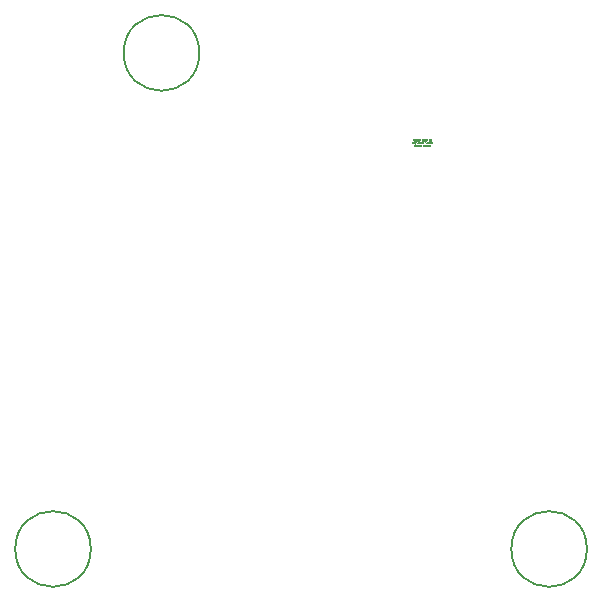
<source format=gbr>
G04 #@! TF.GenerationSoftware,KiCad,Pcbnew,6.0.9-8da3e8f707~116~ubuntu20.04.1*
G04 #@! TF.CreationDate,2023-04-24T17:25:30+00:00*
G04 #@! TF.ProjectId,LEC008011,4c454330-3038-4303-9131-2e6b69636164,rev?*
G04 #@! TF.SameCoordinates,Original*
G04 #@! TF.FileFunction,Other,Comment*
%FSLAX46Y46*%
G04 Gerber Fmt 4.6, Leading zero omitted, Abs format (unit mm)*
G04 Created by KiCad (PCBNEW 6.0.9-8da3e8f707~116~ubuntu20.04.1) date 2023-04-24 17:25:30*
%MOMM*%
%LPD*%
G01*
G04 APERTURE LIST*
%ADD10C,0.020000*%
%ADD11C,0.150000*%
G04 APERTURE END LIST*
D10*
G04 #@! TO.C,RV1*
X104500000Y-56276357D02*
X104535714Y-56426357D01*
X104564285Y-56319214D01*
X104592857Y-56426357D01*
X104628571Y-56276357D01*
X104685714Y-56426357D02*
X104685714Y-56326357D01*
X104685714Y-56276357D02*
X104678571Y-56283500D01*
X104685714Y-56290642D01*
X104692857Y-56283500D01*
X104685714Y-56276357D01*
X104685714Y-56290642D01*
X104757142Y-56326357D02*
X104757142Y-56476357D01*
X104757142Y-56333500D02*
X104771428Y-56326357D01*
X104800000Y-56326357D01*
X104814285Y-56333500D01*
X104821428Y-56340642D01*
X104828571Y-56354928D01*
X104828571Y-56397785D01*
X104821428Y-56412071D01*
X104814285Y-56419214D01*
X104800000Y-56426357D01*
X104771428Y-56426357D01*
X104757142Y-56419214D01*
X104950000Y-56419214D02*
X104935714Y-56426357D01*
X104907142Y-56426357D01*
X104892857Y-56419214D01*
X104885714Y-56404928D01*
X104885714Y-56347785D01*
X104892857Y-56333500D01*
X104907142Y-56326357D01*
X104935714Y-56326357D01*
X104950000Y-56333500D01*
X104957142Y-56347785D01*
X104957142Y-56362071D01*
X104885714Y-56376357D01*
X105021428Y-56426357D02*
X105021428Y-56326357D01*
X105021428Y-56354928D02*
X105028571Y-56340642D01*
X105035714Y-56333500D01*
X105050000Y-56326357D01*
X105064285Y-56326357D01*
X105228571Y-56426357D02*
X105228571Y-56326357D01*
X105228571Y-56340642D02*
X105235714Y-56333500D01*
X105250000Y-56326357D01*
X105271428Y-56326357D01*
X105285714Y-56333500D01*
X105292857Y-56347785D01*
X105292857Y-56426357D01*
X105292857Y-56347785D02*
X105300000Y-56333500D01*
X105314285Y-56326357D01*
X105335714Y-56326357D01*
X105350000Y-56333500D01*
X105357142Y-56347785D01*
X105357142Y-56426357D01*
X105492857Y-56426357D02*
X105492857Y-56347785D01*
X105485714Y-56333500D01*
X105471428Y-56326357D01*
X105442857Y-56326357D01*
X105428571Y-56333500D01*
X105492857Y-56419214D02*
X105478571Y-56426357D01*
X105442857Y-56426357D01*
X105428571Y-56419214D01*
X105421428Y-56404928D01*
X105421428Y-56390642D01*
X105428571Y-56376357D01*
X105442857Y-56369214D01*
X105478571Y-56369214D01*
X105492857Y-56362071D01*
X105550000Y-56326357D02*
X105585714Y-56426357D01*
X105621428Y-56326357D02*
X105585714Y-56426357D01*
X105571428Y-56462071D01*
X105564285Y-56469214D01*
X105550000Y-56476357D01*
X105792857Y-56426357D02*
X105792857Y-56276357D01*
X105792857Y-56333500D02*
X105807142Y-56326357D01*
X105835714Y-56326357D01*
X105850000Y-56333500D01*
X105857142Y-56340642D01*
X105864285Y-56354928D01*
X105864285Y-56397785D01*
X105857142Y-56412071D01*
X105850000Y-56419214D01*
X105835714Y-56426357D01*
X105807142Y-56426357D01*
X105792857Y-56419214D01*
X105985714Y-56419214D02*
X105971428Y-56426357D01*
X105942857Y-56426357D01*
X105928571Y-56419214D01*
X105921428Y-56404928D01*
X105921428Y-56347785D01*
X105928571Y-56333500D01*
X105942857Y-56326357D01*
X105971428Y-56326357D01*
X105985714Y-56333500D01*
X105992857Y-56347785D01*
X105992857Y-56362071D01*
X105921428Y-56376357D01*
X104450000Y-56667857D02*
X104450000Y-56589285D01*
X104442857Y-56575000D01*
X104428571Y-56567857D01*
X104400000Y-56567857D01*
X104385714Y-56575000D01*
X104450000Y-56660714D02*
X104435714Y-56667857D01*
X104400000Y-56667857D01*
X104385714Y-56660714D01*
X104378571Y-56646428D01*
X104378571Y-56632142D01*
X104385714Y-56617857D01*
X104400000Y-56610714D01*
X104435714Y-56610714D01*
X104450000Y-56603571D01*
X104521428Y-56567857D02*
X104521428Y-56667857D01*
X104521428Y-56582142D02*
X104528571Y-56575000D01*
X104542857Y-56567857D01*
X104564285Y-56567857D01*
X104578571Y-56575000D01*
X104585714Y-56589285D01*
X104585714Y-56667857D01*
X104642857Y-56567857D02*
X104678571Y-56667857D01*
X104714285Y-56567857D02*
X104678571Y-56667857D01*
X104664285Y-56703571D01*
X104657142Y-56710714D01*
X104642857Y-56717857D01*
X104757142Y-56567857D02*
X104785714Y-56667857D01*
X104814285Y-56596428D01*
X104842857Y-56667857D01*
X104871428Y-56567857D01*
X104928571Y-56667857D02*
X104928571Y-56517857D01*
X104992857Y-56667857D02*
X104992857Y-56589285D01*
X104985714Y-56575000D01*
X104971428Y-56567857D01*
X104950000Y-56567857D01*
X104935714Y-56575000D01*
X104928571Y-56582142D01*
X105121428Y-56660714D02*
X105107142Y-56667857D01*
X105078571Y-56667857D01*
X105064285Y-56660714D01*
X105057142Y-56646428D01*
X105057142Y-56589285D01*
X105064285Y-56575000D01*
X105078571Y-56567857D01*
X105107142Y-56567857D01*
X105121428Y-56575000D01*
X105128571Y-56589285D01*
X105128571Y-56603571D01*
X105057142Y-56617857D01*
X105192857Y-56667857D02*
X105192857Y-56567857D01*
X105192857Y-56596428D02*
X105200000Y-56582142D01*
X105207142Y-56575000D01*
X105221428Y-56567857D01*
X105235714Y-56567857D01*
X105342857Y-56660714D02*
X105328571Y-56667857D01*
X105300000Y-56667857D01*
X105285714Y-56660714D01*
X105278571Y-56646428D01*
X105278571Y-56589285D01*
X105285714Y-56575000D01*
X105300000Y-56567857D01*
X105328571Y-56567857D01*
X105342857Y-56575000D01*
X105350000Y-56589285D01*
X105350000Y-56603571D01*
X105278571Y-56617857D01*
X105514285Y-56567857D02*
X105542857Y-56667857D01*
X105571428Y-56596428D01*
X105600000Y-56667857D01*
X105628571Y-56567857D01*
X105685714Y-56667857D02*
X105685714Y-56567857D01*
X105685714Y-56517857D02*
X105678571Y-56525000D01*
X105685714Y-56532142D01*
X105692857Y-56525000D01*
X105685714Y-56517857D01*
X105685714Y-56532142D01*
X105735714Y-56567857D02*
X105792857Y-56567857D01*
X105757142Y-56517857D02*
X105757142Y-56646428D01*
X105764285Y-56660714D01*
X105778571Y-56667857D01*
X105792857Y-56667857D01*
X105842857Y-56667857D02*
X105842857Y-56517857D01*
X105907142Y-56667857D02*
X105907142Y-56589285D01*
X105900000Y-56575000D01*
X105885714Y-56567857D01*
X105864285Y-56567857D01*
X105850000Y-56575000D01*
X105842857Y-56582142D01*
X105978571Y-56667857D02*
X105978571Y-56567857D01*
X105978571Y-56517857D02*
X105971428Y-56525000D01*
X105978571Y-56532142D01*
X105985714Y-56525000D01*
X105978571Y-56517857D01*
X105978571Y-56532142D01*
X106050000Y-56567857D02*
X106050000Y-56667857D01*
X106050000Y-56582142D02*
X106057142Y-56575000D01*
X106071428Y-56567857D01*
X106092857Y-56567857D01*
X106107142Y-56575000D01*
X106114285Y-56589285D01*
X106114285Y-56667857D01*
X104635714Y-56902214D02*
X104621428Y-56909357D01*
X104592857Y-56909357D01*
X104578571Y-56902214D01*
X104571428Y-56895071D01*
X104564285Y-56880785D01*
X104564285Y-56837928D01*
X104571428Y-56823642D01*
X104578571Y-56816500D01*
X104592857Y-56809357D01*
X104621428Y-56809357D01*
X104635714Y-56816500D01*
X104700000Y-56909357D02*
X104700000Y-56809357D01*
X104700000Y-56759357D02*
X104692857Y-56766500D01*
X104700000Y-56773642D01*
X104707142Y-56766500D01*
X104700000Y-56759357D01*
X104700000Y-56773642D01*
X104771428Y-56909357D02*
X104771428Y-56809357D01*
X104771428Y-56837928D02*
X104778571Y-56823642D01*
X104785714Y-56816500D01*
X104800000Y-56809357D01*
X104814285Y-56809357D01*
X104928571Y-56902214D02*
X104914285Y-56909357D01*
X104885714Y-56909357D01*
X104871428Y-56902214D01*
X104864285Y-56895071D01*
X104857142Y-56880785D01*
X104857142Y-56837928D01*
X104864285Y-56823642D01*
X104871428Y-56816500D01*
X104885714Y-56809357D01*
X104914285Y-56809357D01*
X104928571Y-56816500D01*
X105014285Y-56909357D02*
X105000000Y-56902214D01*
X104992857Y-56887928D01*
X104992857Y-56759357D01*
X105128571Y-56902214D02*
X105114285Y-56909357D01*
X105085714Y-56909357D01*
X105071428Y-56902214D01*
X105064285Y-56887928D01*
X105064285Y-56830785D01*
X105071428Y-56816500D01*
X105085714Y-56809357D01*
X105114285Y-56809357D01*
X105128571Y-56816500D01*
X105135714Y-56830785D01*
X105135714Y-56845071D01*
X105064285Y-56859357D01*
X105307142Y-56902214D02*
X105321428Y-56909357D01*
X105350000Y-56909357D01*
X105364285Y-56902214D01*
X105371428Y-56887928D01*
X105371428Y-56880785D01*
X105364285Y-56866500D01*
X105350000Y-56859357D01*
X105328571Y-56859357D01*
X105314285Y-56852214D01*
X105307142Y-56837928D01*
X105307142Y-56830785D01*
X105314285Y-56816500D01*
X105328571Y-56809357D01*
X105350000Y-56809357D01*
X105364285Y-56816500D01*
X105435714Y-56909357D02*
X105435714Y-56759357D01*
X105500000Y-56909357D02*
X105500000Y-56830785D01*
X105492857Y-56816500D01*
X105478571Y-56809357D01*
X105457142Y-56809357D01*
X105442857Y-56816500D01*
X105435714Y-56823642D01*
X105592857Y-56909357D02*
X105578571Y-56902214D01*
X105571428Y-56895071D01*
X105564285Y-56880785D01*
X105564285Y-56837928D01*
X105571428Y-56823642D01*
X105578571Y-56816500D01*
X105592857Y-56809357D01*
X105614285Y-56809357D01*
X105628571Y-56816500D01*
X105635714Y-56823642D01*
X105642857Y-56837928D01*
X105642857Y-56880785D01*
X105635714Y-56895071D01*
X105628571Y-56902214D01*
X105614285Y-56909357D01*
X105592857Y-56909357D01*
X105692857Y-56809357D02*
X105721428Y-56909357D01*
X105750000Y-56837928D01*
X105778571Y-56909357D01*
X105807142Y-56809357D01*
X105864285Y-56809357D02*
X105864285Y-56909357D01*
X105864285Y-56823642D02*
X105871428Y-56816500D01*
X105885714Y-56809357D01*
X105907142Y-56809357D01*
X105921428Y-56816500D01*
X105928571Y-56830785D01*
X105928571Y-56909357D01*
D11*
G04 #@! TO.C,H1*
X86385000Y-49000000D02*
G75*
G03*
X86385000Y-49000000I-3200000J0D01*
G01*
G04 #@! TO.C,H2*
X119200000Y-91000000D02*
G75*
G03*
X119200000Y-91000000I-3200000J0D01*
G01*
G04 #@! TO.C,H4*
X77200000Y-91000000D02*
G75*
G03*
X77200000Y-91000000I-3200000J0D01*
G01*
G04 #@! TD*
M02*

</source>
